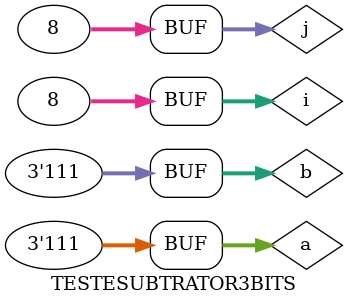
<source format=v>
module MEIADIFERENCANOR(diferenca,sinal,a,b);
input a,b;
output diferenca,sinal;
wire temp1,temp2,temp3,temp4,temp5,temp6,temp7;

nor NOR1 (temp1,a,b);
nor NOR2 (temp2,b,b);
nor NOR3 (temp3,temp1,temp2);
nor NOR4 (temp4,a,b);
nor NOR5 (diferenca,temp3,temp4);
nor NOR6 (temp5,b,b);
nor NOR7 (temp6,a,a);
nor NOR8 (temp7,temp6,temp6);
nor NOR9 (sinal,temp5,temp7);


 endmodule


module DIFERENCACOMPLETANOR(diferenca,sinal,a,b,c);

output diferenca,sinal;
input a,b,c;
wire temp1,temp2,temp3;

MEIADIFERENCANOR DIFERENCANOR1 (temp1,temp2,a,b);
MEIADIFERENCANOR DIFERENCANOR2 (diferenca,temp3,temp1,c);
nor NOR1 (temp4,temp2,temp3);
nor NOR2 (sinal,temp4,temp4);


 endmodule



module DIFERENCACOMPLETA3BITS(diferenca,sinal,a,b);

input [2:0]a,b;
output [2:0]diferenca;
output sinal;
wire temp1,temp2;

MEIADIFERENCANOR MEIADIFERENCA1 (diferenca[0],temp1,a[0],b[0]);
DIFERENCACOMPLETANOR DIFERENCACOMPLETA1 (diferenca[1],temp2,a[1],b[1],temp1);
DIFERENCACOMPLETANOR DIFERENCACOMPLETA2 (diferenca[2],sinal,a[2],b[2],temp2);


 endmodule

module TESTESUBTRATOR3BITS;
reg [2:0]a,b;
wire [2:0]diferenca;
wire sinal;
integer i,j;


DIFERENCACOMPLETA3BITS DIFERENCACOMPLETA1 (diferenca,sinal,a,b);

initial begin: start
		a=0; b=0;
end


	initial begin:main

		$display(" Larissa Fernandes Leijoto - 410476 ");
		#1 $display(" a | b = sinal | diferenca ");
		#1 $monitor(" %3b | %3b =   %b  | %3b", a,b,sinal,diferenca);

		for( i=0; i<=7; i = i+1 )
		begin
			a = i;
			for ( j=0; j<=7; j = j+1 )
			begin
				#1 b = j;
			end
		end

	end
     endmodule
</source>
